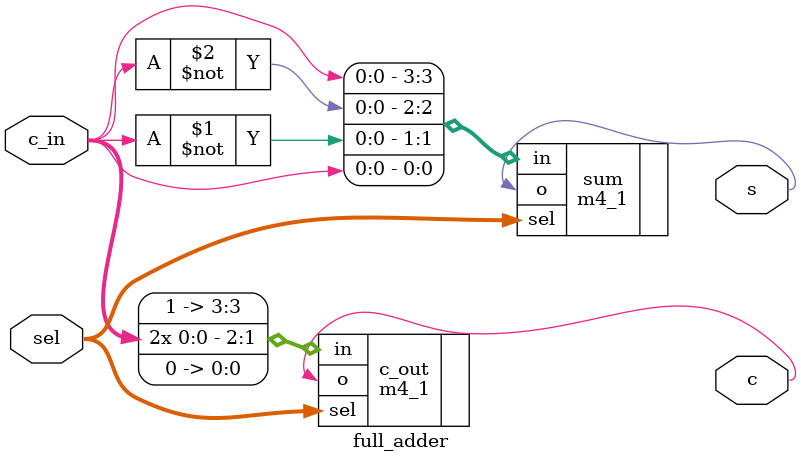
<source format=v>
`timescale 1ns / 1ps


module full_adder(
    input c_in,
    input [1:0] sel,
    output s,
    output c
    );
    
    m4_1 c_out (.in({1'b1, c_in, c_in, 1'b0}), .sel({sel[1], sel[0]}), .o(c));
    m4_1 sum (.in({c_in, ~c_in, ~c_in, c_in}), .sel({sel[1], sel[0]}), .o(s));
    
endmodule

</source>
